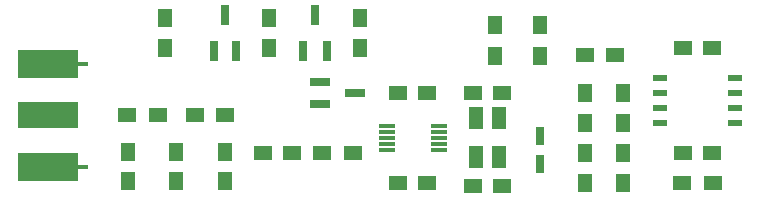
<source format=gbr>
G04 #@! TF.FileFunction,Paste,Top*
%FSLAX46Y46*%
G04 Gerber Fmt 4.6, Leading zero omitted, Abs format (unit mm)*
G04 Created by KiCad (PCBNEW 0.201510251816+6278~30~ubuntu14.04.1-product) date Mon 26 Oct 2015 11:17:12 PM CDT*
%MOMM*%
G01*
G04 APERTURE LIST*
%ADD10C,0.100000*%
%ADD11R,1.250000X1.500000*%
%ADD12R,1.500000X1.250000*%
%ADD13R,1.501140X1.198880*%
%ADD14R,1.800860X0.800100*%
%ADD15R,1.198880X1.501140*%
%ADD16R,0.800100X1.800860*%
%ADD17R,1.400000X0.300000*%
%ADD18R,1.143000X0.508000*%
%ADD19R,0.889000X0.457200*%
%ADD20R,5.080000X2.413000*%
%ADD21R,5.080000X2.286000*%
%ADD22R,1.200000X1.900000*%
%ADD23R,0.700000X1.600000*%
G04 APERTURE END LIST*
D10*
D11*
X126873000Y-87610000D03*
X126873000Y-85110000D03*
X123190000Y-98913000D03*
X123190000Y-96413000D03*
D12*
X128885000Y-96520000D03*
X126385000Y-96520000D03*
D11*
X118999000Y-98913000D03*
X118999000Y-96413000D03*
X118110000Y-85110000D03*
X118110000Y-87610000D03*
X114935000Y-98913000D03*
X114935000Y-96413000D03*
D12*
X144165000Y-91440000D03*
X146665000Y-91440000D03*
X146665000Y-99314000D03*
X144165000Y-99314000D03*
D11*
X156845000Y-99040000D03*
X156845000Y-96540000D03*
D12*
X156190000Y-88265000D03*
X153690000Y-88265000D03*
X164445000Y-96520000D03*
X161945000Y-96520000D03*
X140315000Y-91440000D03*
X137815000Y-91440000D03*
X140315000Y-99060000D03*
X137815000Y-99060000D03*
X164445000Y-87630000D03*
X161945000Y-87630000D03*
D13*
X123220480Y-93345000D03*
X120619520Y-93345000D03*
X131414520Y-96520000D03*
X134015480Y-96520000D03*
X117505480Y-93345000D03*
X114904520Y-93345000D03*
D14*
X131213860Y-90490000D03*
X131213860Y-92390000D03*
X134216140Y-91440000D03*
D15*
X149860000Y-85694520D03*
X149860000Y-88295480D03*
X146050000Y-85694520D03*
X146050000Y-88295480D03*
X153670000Y-99090480D03*
X153670000Y-96489520D03*
X153670000Y-94010480D03*
X153670000Y-91409520D03*
X156845000Y-91409520D03*
X156845000Y-94010480D03*
D13*
X164495480Y-99060000D03*
X161894520Y-99060000D03*
D16*
X122240000Y-87861140D03*
X124140000Y-87861140D03*
X123190000Y-84858860D03*
D17*
X141265000Y-96250000D03*
X141265000Y-95750000D03*
X141265000Y-95250000D03*
X141265000Y-94750000D03*
X141265000Y-94250000D03*
X136865000Y-94250000D03*
X136865000Y-94750000D03*
X136865000Y-95250000D03*
X136865000Y-95750000D03*
X136865000Y-96250000D03*
D18*
X166370000Y-90170000D03*
X166370000Y-91440000D03*
X166370000Y-92710000D03*
X166370000Y-93980000D03*
X160020000Y-93980000D03*
X160020000Y-92710000D03*
X160020000Y-91440000D03*
X160020000Y-90170000D03*
D19*
X111188500Y-97726500D03*
D20*
X108204000Y-97726500D03*
D21*
X108204000Y-93345000D03*
D20*
X108204000Y-88963500D03*
D19*
X111188500Y-88963500D03*
D16*
X129810000Y-87861140D03*
X131810000Y-87861140D03*
X130810000Y-84858860D03*
D22*
X144415000Y-96900000D03*
X146415000Y-93600000D03*
X146415000Y-96900000D03*
X144415000Y-93600000D03*
D11*
X134620000Y-85110000D03*
X134620000Y-87610000D03*
D23*
X149860000Y-97466000D03*
X149860000Y-95066000D03*
M02*

</source>
